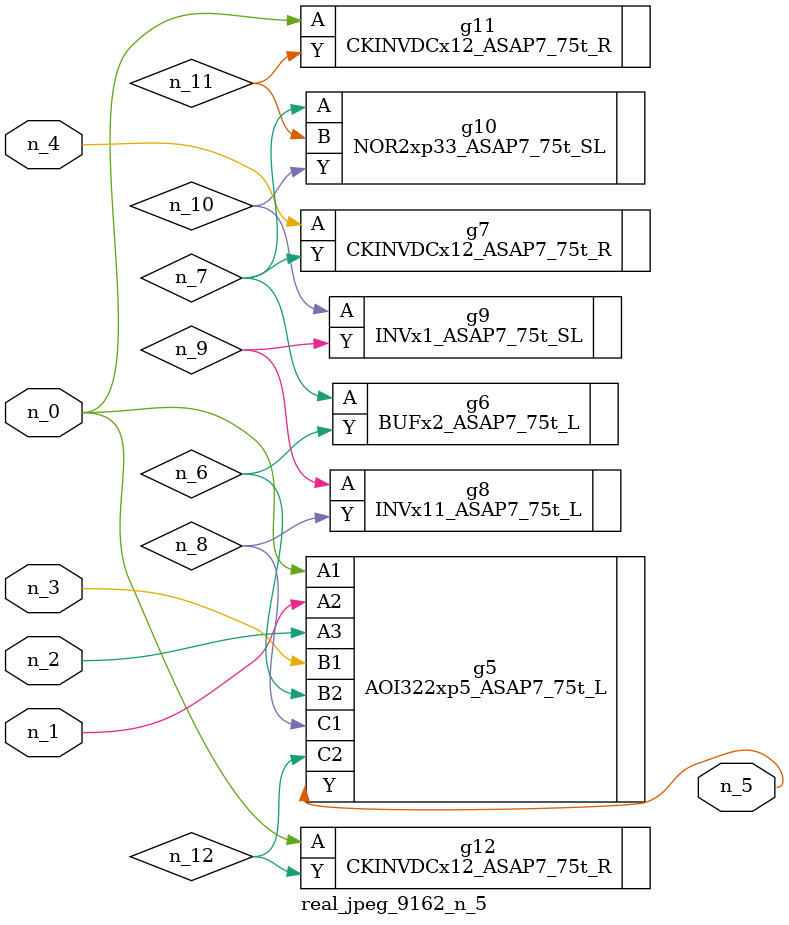
<source format=v>
module real_jpeg_9162_n_5 (n_4, n_0, n_1, n_2, n_3, n_5);

input n_4;
input n_0;
input n_1;
input n_2;
input n_3;

output n_5;

wire n_12;
wire n_8;
wire n_11;
wire n_6;
wire n_7;
wire n_10;
wire n_9;

AOI322xp5_ASAP7_75t_L g5 ( 
.A1(n_0),
.A2(n_1),
.A3(n_2),
.B1(n_3),
.B2(n_6),
.C1(n_8),
.C2(n_12),
.Y(n_5)
);

CKINVDCx12_ASAP7_75t_R g11 ( 
.A(n_0),
.Y(n_11)
);

CKINVDCx12_ASAP7_75t_R g12 ( 
.A(n_0),
.Y(n_12)
);

CKINVDCx12_ASAP7_75t_R g7 ( 
.A(n_4),
.Y(n_7)
);

BUFx2_ASAP7_75t_L g6 ( 
.A(n_7),
.Y(n_6)
);

NOR2xp33_ASAP7_75t_SL g10 ( 
.A(n_7),
.B(n_11),
.Y(n_10)
);

INVx11_ASAP7_75t_L g8 ( 
.A(n_9),
.Y(n_8)
);

INVx1_ASAP7_75t_SL g9 ( 
.A(n_10),
.Y(n_9)
);


endmodule
</source>
